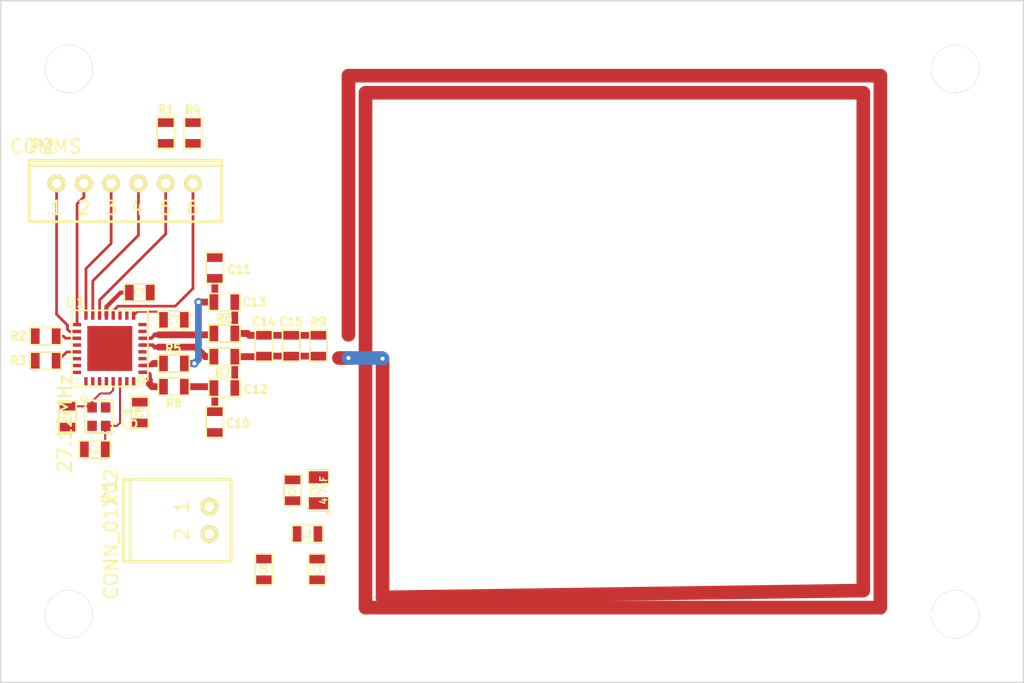
<source format=kicad_pcb>
(kicad_pcb (version 4) (host pcbnew "(2014-09-17 BZR 5140)-product")

  (general
    (links 61)
    (no_connects 31)
    (area 155.949999 59.949999 231.050001 110.050001)
    (thickness 1.6)
    (drawings 4)
    (tracks 107)
    (zones 0)
    (modules 33)
    (nets 35)
  )

  (page A4)
  (layers
    (0 F.Cu signal)
    (31 B.Cu signal)
    (32 B.Adhes user)
    (33 F.Adhes user)
    (34 B.Paste user)
    (35 F.Paste user)
    (36 B.SilkS user)
    (37 F.SilkS user)
    (38 B.Mask user)
    (39 F.Mask user)
    (40 Dwgs.User user)
    (41 Cmts.User user)
    (42 Eco1.User user)
    (43 Eco2.User user)
    (44 Edge.Cuts user)
    (45 Margin user)
    (46 B.CrtYd user)
    (47 F.CrtYd user)
    (48 B.Fab user)
    (49 F.Fab user)
  )

  (setup
    (last_trace_width 0.5)
    (user_trace_width 0.15)
    (user_trace_width 0.2)
    (user_trace_width 0.25)
    (user_trace_width 0.3)
    (user_trace_width 0.35)
    (user_trace_width 0.4)
    (user_trace_width 0.45)
    (user_trace_width 0.5)
    (user_trace_width 1)
    (trace_clearance 0.15)
    (zone_clearance 0.508)
    (zone_45_only no)
    (trace_min 0.15)
    (segment_width 0.2)
    (edge_width 0.1)
    (via_size 0.6)
    (via_drill 0.3)
    (via_min_size 0.6)
    (via_min_drill 0.3)
    (user_via 0.6 0.3)
    (uvia_size 0.508)
    (uvia_drill 0.127)
    (uvias_allowed no)
    (uvia_min_size 0.508)
    (uvia_min_drill 0.127)
    (pcb_text_width 0.3)
    (pcb_text_size 1.5 1.5)
    (mod_edge_width 0.15)
    (mod_text_size 1 1)
    (mod_text_width 0.15)
    (pad_size 1.5 1.5)
    (pad_drill 0.6)
    (pad_to_mask_clearance 0)
    (aux_axis_origin 0 0)
    (visible_elements FFFEFFFF)
    (pcbplotparams
      (layerselection 0x00030_80000001)
      (usegerberextensions false)
      (excludeedgelayer true)
      (linewidth 0.100000)
      (plotframeref false)
      (viasonmask false)
      (mode 1)
      (useauxorigin false)
      (hpglpennumber 1)
      (hpglpenspeed 20)
      (hpglpendiameter 15)
      (hpglpenoverlay 2)
      (psnegative false)
      (psa4output false)
      (plotreference true)
      (plotvalue true)
      (plotinvisibletext false)
      (padsonsilk false)
      (subtractmaskfromsilk false)
      (outputformat 1)
      (mirror false)
      (drillshape 1)
      (scaleselection 1)
      (outputdirectory ""))
  )

  (net 0 "")
  (net 1 "Net-(C1-Pad1)")
  (net 2 GND)
  (net 3 "Net-(C2-Pad1)")
  (net 4 3V3)
  (net 5 3V3_RF)
  (net 6 "Net-(C7-Pad1)")
  (net 7 "Net-(C10-Pad2)")
  (net 8 "Net-(C11-Pad2)")
  (net 9 "Net-(C12-Pad1)")
  (net 10 "Net-(P2-Pad3)")
  (net 11 "Net-(P2-Pad2)")
  (net 12 "Net-(P2-Pad1)")
  (net 13 "Net-(P2-Pad4)")
  (net 14 "Net-(P2-Pad5)")
  (net 15 "Net-(P2-Pad6)")
  (net 16 "Net-(R2-Pad1)")
  (net 17 "Net-(R3-Pad1)")
  (net 18 "Net-(R5-Pad2)")
  (net 19 "Net-(R6-Pad2)")
  (net 20 "Net-(R7-Pad2)")
  (net 21 "Net-(R8-Pad2)")
  (net 22 "Net-(U1-Pad3)")
  (net 23 "Net-(U1-Pad4)")
  (net 24 "Net-(U1-Pad7)")
  (net 25 "Net-(U1-Pad10)")
  (net 26 "Net-(U1-Pad11)")
  (net 27 "Net-(U1-Pad23)")
  (net 28 "Net-(U1-Pad24)")
  (net 29 "Net-(U1-Pad25)")
  (net 30 "Net-(U1-Pad26)")
  (net 31 "Net-(U1-Pad27)")
  (net 32 "Net-(U1-Pad28)")
  (net 33 "Net-(G1-Pad2)")
  (net 34 "Net-(G1-Pad4)")

  (net_class Default "This is the default net class."
    (clearance 0.15)
    (trace_width 0.25)
    (via_dia 0.6)
    (via_drill 0.3)
    (uvia_dia 0.508)
    (uvia_drill 0.127)
    (add_net 3V3)
    (add_net 3V3_RF)
    (add_net GND)
    (add_net "Net-(C1-Pad1)")
    (add_net "Net-(C10-Pad2)")
    (add_net "Net-(C11-Pad2)")
    (add_net "Net-(C12-Pad1)")
    (add_net "Net-(C2-Pad1)")
    (add_net "Net-(C7-Pad1)")
    (add_net "Net-(G1-Pad2)")
    (add_net "Net-(G1-Pad4)")
    (add_net "Net-(P2-Pad1)")
    (add_net "Net-(P2-Pad2)")
    (add_net "Net-(P2-Pad3)")
    (add_net "Net-(P2-Pad4)")
    (add_net "Net-(P2-Pad5)")
    (add_net "Net-(P2-Pad6)")
    (add_net "Net-(R2-Pad1)")
    (add_net "Net-(R3-Pad1)")
    (add_net "Net-(R5-Pad2)")
    (add_net "Net-(R6-Pad2)")
    (add_net "Net-(R7-Pad2)")
    (add_net "Net-(R8-Pad2)")
    (add_net "Net-(U1-Pad10)")
    (add_net "Net-(U1-Pad11)")
    (add_net "Net-(U1-Pad23)")
    (add_net "Net-(U1-Pad24)")
    (add_net "Net-(U1-Pad25)")
    (add_net "Net-(U1-Pad26)")
    (add_net "Net-(U1-Pad27)")
    (add_net "Net-(U1-Pad28)")
    (add_net "Net-(U1-Pad3)")
    (add_net "Net-(U1-Pad4)")
    (add_net "Net-(U1-Pad7)")
  )

  (module SMD_Packages:SMD-0603 (layer F.Cu) (tedit 54287141) (tstamp 54208709)
    (at 160.9 90.5 270)
    (path /54173C81)
    (attr smd)
    (fp_text reference C1 (at 0 0 270) (layer F.SilkS)
      (effects (font (size 0.508 0.4572) (thickness 0.1143)))
    )
    (fp_text value 4pF (at 0 0 270) (layer F.SilkS) hide
      (effects (font (size 0.508 0.4572) (thickness 0.1143)))
    )
    (fp_line (start -1.143 -0.635) (end 1.143 -0.635) (layer F.SilkS) (width 0.127))
    (fp_line (start 1.143 -0.635) (end 1.143 0.635) (layer F.SilkS) (width 0.127))
    (fp_line (start 1.143 0.635) (end -1.143 0.635) (layer F.SilkS) (width 0.127))
    (fp_line (start -1.143 0.635) (end -1.143 -0.635) (layer F.SilkS) (width 0.127))
    (pad 1 smd rect (at -0.762 0 270) (size 0.635 1.143) (layers F.Cu F.Paste F.Mask)
      (net 1 "Net-(C1-Pad1)"))
    (pad 2 smd rect (at 0.762 0 270) (size 0.635 1.143) (layers F.Cu F.Paste F.Mask)
      (net 2 GND))
    (model smd\resistors\R0603.wrl
      (at (xyz 0 0 0.001))
      (scale (xyz 0.5 0.5 0.5))
      (rotate (xyz 0 0 0))
    )
  )

  (module SMD_Packages:SMD-0603 (layer F.Cu) (tedit 54208691) (tstamp 5420870F)
    (at 162.9 92.9 180)
    (path /54173DFA)
    (attr smd)
    (fp_text reference C2 (at 0 0 180) (layer F.SilkS)
      (effects (font (size 0.508 0.4572) (thickness 0.1143)))
    )
    (fp_text value 4pF (at 0 0 180) (layer F.SilkS) hide
      (effects (font (size 0.508 0.4572) (thickness 0.1143)))
    )
    (fp_line (start -1.143 -0.635) (end 1.143 -0.635) (layer F.SilkS) (width 0.127))
    (fp_line (start 1.143 -0.635) (end 1.143 0.635) (layer F.SilkS) (width 0.127))
    (fp_line (start 1.143 0.635) (end -1.143 0.635) (layer F.SilkS) (width 0.127))
    (fp_line (start -1.143 0.635) (end -1.143 -0.635) (layer F.SilkS) (width 0.127))
    (pad 1 smd rect (at -0.762 0 180) (size 0.635 1.143) (layers F.Cu F.Paste F.Mask)
      (net 3 "Net-(C2-Pad1)"))
    (pad 2 smd rect (at 0.762 0 180) (size 0.635 1.143) (layers F.Cu F.Paste F.Mask)
      (net 2 GND))
    (model smd\resistors\R0603.wrl
      (at (xyz 0 0 0.001))
      (scale (xyz 0.5 0.5 0.5))
      (rotate (xyz 0 0 0))
    )
  )

  (module SMD_Packages:SMD-0603 (layer F.Cu) (tedit 54208691) (tstamp 54208715)
    (at 179.2 101.7 270)
    (path /541A58CF)
    (attr smd)
    (fp_text reference C3 (at 0 0 270) (layer F.SilkS)
      (effects (font (size 0.508 0.4572) (thickness 0.1143)))
    )
    (fp_text value 10nF (at 0 0 270) (layer F.SilkS) hide
      (effects (font (size 0.508 0.4572) (thickness 0.1143)))
    )
    (fp_line (start -1.143 -0.635) (end 1.143 -0.635) (layer F.SilkS) (width 0.127))
    (fp_line (start 1.143 -0.635) (end 1.143 0.635) (layer F.SilkS) (width 0.127))
    (fp_line (start 1.143 0.635) (end -1.143 0.635) (layer F.SilkS) (width 0.127))
    (fp_line (start -1.143 0.635) (end -1.143 -0.635) (layer F.SilkS) (width 0.127))
    (pad 1 smd rect (at -0.762 0 270) (size 0.635 1.143) (layers F.Cu F.Paste F.Mask)
      (net 4 3V3))
    (pad 2 smd rect (at 0.762 0 270) (size 0.635 1.143) (layers F.Cu F.Paste F.Mask)
      (net 2 GND))
    (model smd\resistors\R0603.wrl
      (at (xyz 0 0 0.001))
      (scale (xyz 0.5 0.5 0.5))
      (rotate (xyz 0 0 0))
    )
  )

  (module SMD_Packages:SMD-0603 (layer F.Cu) (tedit 54208691) (tstamp 5420871B)
    (at 177.4 95.9 90)
    (path /541A5EC3)
    (attr smd)
    (fp_text reference C4 (at 0 0 90) (layer F.SilkS)
      (effects (font (size 0.508 0.4572) (thickness 0.1143)))
    )
    (fp_text value 10nF (at 0 0 90) (layer F.SilkS) hide
      (effects (font (size 0.508 0.4572) (thickness 0.1143)))
    )
    (fp_line (start -1.143 -0.635) (end 1.143 -0.635) (layer F.SilkS) (width 0.127))
    (fp_line (start 1.143 -0.635) (end 1.143 0.635) (layer F.SilkS) (width 0.127))
    (fp_line (start 1.143 0.635) (end -1.143 0.635) (layer F.SilkS) (width 0.127))
    (fp_line (start -1.143 0.635) (end -1.143 -0.635) (layer F.SilkS) (width 0.127))
    (pad 1 smd rect (at -0.762 0 90) (size 0.635 1.143) (layers F.Cu F.Paste F.Mask)
      (net 5 3V3_RF))
    (pad 2 smd rect (at 0.762 0 90) (size 0.635 1.143) (layers F.Cu F.Paste F.Mask)
      (net 2 GND))
    (model smd\resistors\R0603.wrl
      (at (xyz 0 0 0.001))
      (scale (xyz 0.5 0.5 0.5))
      (rotate (xyz 0 0 0))
    )
  )

  (module SMD_Packages:SMD-0603 (layer F.Cu) (tedit 54208691) (tstamp 54208721)
    (at 166.2 81.4)
    (path /541A5A22)
    (attr smd)
    (fp_text reference C5 (at 0 0) (layer F.SilkS)
      (effects (font (size 0.508 0.4572) (thickness 0.1143)))
    )
    (fp_text value 100nF (at 0 0) (layer F.SilkS) hide
      (effects (font (size 0.508 0.4572) (thickness 0.1143)))
    )
    (fp_line (start -1.143 -0.635) (end 1.143 -0.635) (layer F.SilkS) (width 0.127))
    (fp_line (start 1.143 -0.635) (end 1.143 0.635) (layer F.SilkS) (width 0.127))
    (fp_line (start 1.143 0.635) (end -1.143 0.635) (layer F.SilkS) (width 0.127))
    (fp_line (start -1.143 0.635) (end -1.143 -0.635) (layer F.SilkS) (width 0.127))
    (pad 1 smd rect (at -0.762 0) (size 0.635 1.143) (layers F.Cu F.Paste F.Mask)
      (net 4 3V3))
    (pad 2 smd rect (at 0.762 0) (size 0.635 1.143) (layers F.Cu F.Paste F.Mask)
      (net 2 GND))
    (model smd\resistors\R0603.wrl
      (at (xyz 0 0 0.001))
      (scale (xyz 0.5 0.5 0.5))
      (rotate (xyz 0 0 0))
    )
  )

  (module SMD_Packages:SMD-0603 (layer F.Cu) (tedit 54208691) (tstamp 54208727)
    (at 166.2 90.2 270)
    (path /541A5E22)
    (attr smd)
    (fp_text reference C6 (at 0 0 270) (layer F.SilkS)
      (effects (font (size 0.508 0.4572) (thickness 0.1143)))
    )
    (fp_text value 100nF (at 0 0 270) (layer F.SilkS) hide
      (effects (font (size 0.508 0.4572) (thickness 0.1143)))
    )
    (fp_line (start -1.143 -0.635) (end 1.143 -0.635) (layer F.SilkS) (width 0.127))
    (fp_line (start 1.143 -0.635) (end 1.143 0.635) (layer F.SilkS) (width 0.127))
    (fp_line (start 1.143 0.635) (end -1.143 0.635) (layer F.SilkS) (width 0.127))
    (fp_line (start -1.143 0.635) (end -1.143 -0.635) (layer F.SilkS) (width 0.127))
    (pad 1 smd rect (at -0.762 0 270) (size 0.635 1.143) (layers F.Cu F.Paste F.Mask)
      (net 5 3V3_RF))
    (pad 2 smd rect (at 0.762 0 270) (size 0.635 1.143) (layers F.Cu F.Paste F.Mask)
      (net 2 GND))
    (model smd\resistors\R0603.wrl
      (at (xyz 0 0 0.001))
      (scale (xyz 0.5 0.5 0.5))
      (rotate (xyz 0 0 0))
    )
  )

  (module SMD_Packages:SMD-0603 (layer F.Cu) (tedit 54208691) (tstamp 5420872D)
    (at 168.7 83.4)
    (path /54175E86)
    (attr smd)
    (fp_text reference C7 (at 0 0) (layer F.SilkS)
      (effects (font (size 0.508 0.4572) (thickness 0.1143)))
    )
    (fp_text value 1nF (at 0 0) (layer F.SilkS) hide
      (effects (font (size 0.508 0.4572) (thickness 0.1143)))
    )
    (fp_line (start -1.143 -0.635) (end 1.143 -0.635) (layer F.SilkS) (width 0.127))
    (fp_line (start 1.143 -0.635) (end 1.143 0.635) (layer F.SilkS) (width 0.127))
    (fp_line (start 1.143 0.635) (end -1.143 0.635) (layer F.SilkS) (width 0.127))
    (fp_line (start -1.143 0.635) (end -1.143 -0.635) (layer F.SilkS) (width 0.127))
    (pad 1 smd rect (at -0.762 0) (size 0.635 1.143) (layers F.Cu F.Paste F.Mask)
      (net 6 "Net-(C7-Pad1)"))
    (pad 2 smd rect (at 0.762 0) (size 0.635 1.143) (layers F.Cu F.Paste F.Mask)
      (net 2 GND))
    (model smd\resistors\R0603.wrl
      (at (xyz 0 0 0.001))
      (scale (xyz 0.5 0.5 0.5))
      (rotate (xyz 0 0 0))
    )
  )

  (module SMD_Packages:SMD-0603 (layer F.Cu) (tedit 54208691) (tstamp 54208733)
    (at 175.3 101.7 270)
    (path /541A5A83)
    (attr smd)
    (fp_text reference C8 (at 0 0 270) (layer F.SilkS)
      (effects (font (size 0.508 0.4572) (thickness 0.1143)))
    )
    (fp_text value 1uF (at 0 0 270) (layer F.SilkS) hide
      (effects (font (size 0.508 0.4572) (thickness 0.1143)))
    )
    (fp_line (start -1.143 -0.635) (end 1.143 -0.635) (layer F.SilkS) (width 0.127))
    (fp_line (start 1.143 -0.635) (end 1.143 0.635) (layer F.SilkS) (width 0.127))
    (fp_line (start 1.143 0.635) (end -1.143 0.635) (layer F.SilkS) (width 0.127))
    (fp_line (start -1.143 0.635) (end -1.143 -0.635) (layer F.SilkS) (width 0.127))
    (pad 1 smd rect (at -0.762 0 270) (size 0.635 1.143) (layers F.Cu F.Paste F.Mask)
      (net 4 3V3))
    (pad 2 smd rect (at 0.762 0 270) (size 0.635 1.143) (layers F.Cu F.Paste F.Mask)
      (net 2 GND))
    (model smd\resistors\R0603.wrl
      (at (xyz 0 0 0.001))
      (scale (xyz 0.5 0.5 0.5))
      (rotate (xyz 0 0 0))
    )
  )

  (module SMD_Packages:SMD-0805 (layer F.Cu) (tedit 54208691) (tstamp 54225F76)
    (at 179.3 95.9 90)
    (path /541A5D75)
    (attr smd)
    (fp_text reference C9 (at 0 -0.3175 90) (layer F.SilkS)
      (effects (font (size 0.50038 0.50038) (thickness 0.10922)))
    )
    (fp_text value 4.7uF (at 0 0.381 90) (layer F.SilkS)
      (effects (font (size 0.50038 0.50038) (thickness 0.10922)))
    )
    (fp_circle (center -1.651 0.762) (end -1.651 0.635) (layer F.SilkS) (width 0.09906))
    (fp_line (start -0.508 0.762) (end -1.524 0.762) (layer F.SilkS) (width 0.09906))
    (fp_line (start -1.524 0.762) (end -1.524 -0.762) (layer F.SilkS) (width 0.09906))
    (fp_line (start -1.524 -0.762) (end -0.508 -0.762) (layer F.SilkS) (width 0.09906))
    (fp_line (start 0.508 -0.762) (end 1.524 -0.762) (layer F.SilkS) (width 0.09906))
    (fp_line (start 1.524 -0.762) (end 1.524 0.762) (layer F.SilkS) (width 0.09906))
    (fp_line (start 1.524 0.762) (end 0.508 0.762) (layer F.SilkS) (width 0.09906))
    (pad 1 smd rect (at -0.9525 0 90) (size 0.889 1.397) (layers F.Cu F.Paste F.Mask)
      (net 5 3V3_RF))
    (pad 2 smd rect (at 0.9525 0 90) (size 0.889 1.397) (layers F.Cu F.Paste F.Mask)
      (net 2 GND))
    (model smd/chip_cms.wrl
      (at (xyz 0 0 0))
      (scale (xyz 0.1 0.1 0.1))
      (rotate (xyz 0 0 0))
    )
  )

  (module SMD_Packages:SMD-0603 (layer F.Cu) (tedit 54287550) (tstamp 5420873F)
    (at 171.7 90.9 90)
    (path /541FBF59)
    (attr smd)
    (fp_text reference C10 (at -0.1 1.7 180) (layer F.SilkS)
      (effects (font (size 0.6 0.6) (thickness 0.15)))
    )
    (fp_text value open (at 0 0 90) (layer F.SilkS) hide
      (effects (font (size 0.508 0.4572) (thickness 0.1143)))
    )
    (fp_line (start -1.143 -0.635) (end 1.143 -0.635) (layer F.SilkS) (width 0.127))
    (fp_line (start 1.143 -0.635) (end 1.143 0.635) (layer F.SilkS) (width 0.127))
    (fp_line (start 1.143 0.635) (end -1.143 0.635) (layer F.SilkS) (width 0.127))
    (fp_line (start -1.143 0.635) (end -1.143 -0.635) (layer F.SilkS) (width 0.127))
    (pad 1 smd rect (at -0.762 0 90) (size 0.635 1.143) (layers F.Cu F.Paste F.Mask)
      (net 2 GND))
    (pad 2 smd rect (at 0.762 0 90) (size 0.635 1.143) (layers F.Cu F.Paste F.Mask)
      (net 7 "Net-(C10-Pad2)"))
    (model smd\resistors\R0603.wrl
      (at (xyz 0 0 0.001))
      (scale (xyz 0.5 0.5 0.5))
      (rotate (xyz 0 0 0))
    )
  )

  (module SMD_Packages:SMD-0603 (layer F.Cu) (tedit 54287555) (tstamp 54208745)
    (at 171.7 79.6 270)
    (path /541FC0D8)
    (attr smd)
    (fp_text reference C11 (at 0.1 -1.8 360) (layer F.SilkS)
      (effects (font (size 0.6 0.6) (thickness 0.15)))
    )
    (fp_text value open (at 0 0 270) (layer F.SilkS) hide
      (effects (font (size 0.508 0.4572) (thickness 0.1143)))
    )
    (fp_line (start -1.143 -0.635) (end 1.143 -0.635) (layer F.SilkS) (width 0.127))
    (fp_line (start 1.143 -0.635) (end 1.143 0.635) (layer F.SilkS) (width 0.127))
    (fp_line (start 1.143 0.635) (end -1.143 0.635) (layer F.SilkS) (width 0.127))
    (fp_line (start -1.143 0.635) (end -1.143 -0.635) (layer F.SilkS) (width 0.127))
    (pad 1 smd rect (at -0.762 0 270) (size 0.635 1.143) (layers F.Cu F.Paste F.Mask)
      (net 2 GND))
    (pad 2 smd rect (at 0.762 0 270) (size 0.635 1.143) (layers F.Cu F.Paste F.Mask)
      (net 8 "Net-(C11-Pad2)"))
    (model smd\resistors\R0603.wrl
      (at (xyz 0 0 0.001))
      (scale (xyz 0.5 0.5 0.5))
      (rotate (xyz 0 0 0))
    )
  )

  (module SMD_Packages:SMD-0603 (layer F.Cu) (tedit 5428753C) (tstamp 5420874B)
    (at 172.4 88.4 180)
    (path /541FC26B)
    (attr smd)
    (fp_text reference C12 (at -2.3 -0.1 180) (layer F.SilkS)
      (effects (font (size 0.6 0.6) (thickness 0.15)))
    )
    (fp_text value 150pF (at 0 0 180) (layer F.SilkS) hide
      (effects (font (size 0.508 0.4572) (thickness 0.1143)))
    )
    (fp_line (start -1.143 -0.635) (end 1.143 -0.635) (layer F.SilkS) (width 0.127))
    (fp_line (start 1.143 -0.635) (end 1.143 0.635) (layer F.SilkS) (width 0.127))
    (fp_line (start 1.143 0.635) (end -1.143 0.635) (layer F.SilkS) (width 0.127))
    (fp_line (start -1.143 0.635) (end -1.143 -0.635) (layer F.SilkS) (width 0.127))
    (pad 1 smd rect (at -0.762 0 180) (size 0.635 1.143) (layers F.Cu F.Paste F.Mask)
      (net 9 "Net-(C12-Pad1)"))
    (pad 2 smd rect (at 0.762 0 180) (size 0.635 1.143) (layers F.Cu F.Paste F.Mask)
      (net 7 "Net-(C10-Pad2)"))
    (model smd\resistors\R0603.wrl
      (at (xyz 0 0 0.001))
      (scale (xyz 0.5 0.5 0.5))
      (rotate (xyz 0 0 0))
    )
  )

  (module SMD_Packages:SMD-0603 (layer F.Cu) (tedit 54287540) (tstamp 54208751)
    (at 172.4 82.1 180)
    (path /541FC326)
    (attr smd)
    (fp_text reference C13 (at -2.2 0 180) (layer F.SilkS)
      (effects (font (size 0.6 0.6) (thickness 0.15)))
    )
    (fp_text value 150pF (at 0 0 180) (layer F.SilkS) hide
      (effects (font (size 0.508 0.4572) (thickness 0.1143)))
    )
    (fp_line (start -1.143 -0.635) (end 1.143 -0.635) (layer F.SilkS) (width 0.127))
    (fp_line (start 1.143 -0.635) (end 1.143 0.635) (layer F.SilkS) (width 0.127))
    (fp_line (start 1.143 0.635) (end -1.143 0.635) (layer F.SilkS) (width 0.127))
    (fp_line (start -1.143 0.635) (end -1.143 -0.635) (layer F.SilkS) (width 0.127))
    (pad 1 smd rect (at -0.762 0 180) (size 0.635 1.143) (layers F.Cu F.Paste F.Mask)
      (net 9 "Net-(C12-Pad1)"))
    (pad 2 smd rect (at 0.762 0 180) (size 0.635 1.143) (layers F.Cu F.Paste F.Mask)
      (net 8 "Net-(C11-Pad2)"))
    (model smd\resistors\R0603.wrl
      (at (xyz 0 0 0.001))
      (scale (xyz 0.5 0.5 0.5))
      (rotate (xyz 0 0 0))
    )
  )

  (module SMD_Packages:SMD-0603 (layer F.Cu) (tedit 54286A06) (tstamp 54208757)
    (at 175.3 85.3 90)
    (path /541FC46F)
    (attr smd)
    (fp_text reference C14 (at 1.75 0 180) (layer F.SilkS)
      (effects (font (size 0.6 0.6) (thickness 0.15)))
    )
    (fp_text value 220pF (at 0 0 90) (layer F.SilkS) hide
      (effects (font (size 0.508 0.4572) (thickness 0.1143)))
    )
    (fp_line (start -1.143 -0.635) (end 1.143 -0.635) (layer F.SilkS) (width 0.127))
    (fp_line (start 1.143 -0.635) (end 1.143 0.635) (layer F.SilkS) (width 0.127))
    (fp_line (start 1.143 0.635) (end -1.143 0.635) (layer F.SilkS) (width 0.127))
    (fp_line (start -1.143 0.635) (end -1.143 -0.635) (layer F.SilkS) (width 0.127))
    (pad 1 smd rect (at -0.762 0 90) (size 0.635 1.143) (layers F.Cu F.Paste F.Mask)
      (net 9 "Net-(C12-Pad1)"))
    (pad 2 smd rect (at 0.762 0 90) (size 0.635 1.143) (layers F.Cu F.Paste F.Mask)
      (net 9 "Net-(C12-Pad1)"))
    (model smd\resistors\R0603.wrl
      (at (xyz 0 0 0.001))
      (scale (xyz 0.5 0.5 0.5))
      (rotate (xyz 0 0 0))
    )
  )

  (module SMD_Packages:SMD-0603 (layer F.Cu) (tedit 54286A11) (tstamp 54226027)
    (at 177.3 85.3 90)
    (path /541FC5B5)
    (attr smd)
    (fp_text reference C15 (at 1.75 0 180) (layer F.SilkS)
      (effects (font (size 0.6 0.6) (thickness 0.15)))
    )
    (fp_text value 15pF (at 0 0 90) (layer F.SilkS) hide
      (effects (font (size 0.508 0.4572) (thickness 0.1143)))
    )
    (fp_line (start -1.143 -0.635) (end 1.143 -0.635) (layer F.SilkS) (width 0.127))
    (fp_line (start 1.143 -0.635) (end 1.143 0.635) (layer F.SilkS) (width 0.127))
    (fp_line (start 1.143 0.635) (end -1.143 0.635) (layer F.SilkS) (width 0.127))
    (fp_line (start -1.143 0.635) (end -1.143 -0.635) (layer F.SilkS) (width 0.127))
    (pad 1 smd rect (at -0.762 0 90) (size 0.635 1.143) (layers F.Cu F.Paste F.Mask)
      (net 9 "Net-(C12-Pad1)"))
    (pad 2 smd rect (at 0.762 0 90) (size 0.635 1.143) (layers F.Cu F.Paste F.Mask)
      (net 9 "Net-(C12-Pad1)"))
    (model smd\resistors\R0603.wrl
      (at (xyz 0 0 0.001))
      (scale (xyz 0.5 0.5 0.5))
      (rotate (xyz 0 0 0))
    )
  )

  (module SMD_Packages:SMD-0603 (layer F.Cu) (tedit 54208691) (tstamp 54208763)
    (at 178.5 99.1)
    (path /541A56A3)
    (attr smd)
    (fp_text reference L1 (at 0 0) (layer F.SilkS)
      (effects (font (size 0.508 0.4572) (thickness 0.1143)))
    )
    (fp_text value tx_3v3_choke (at 0 0) (layer F.SilkS) hide
      (effects (font (size 0.508 0.4572) (thickness 0.1143)))
    )
    (fp_line (start -1.143 -0.635) (end 1.143 -0.635) (layer F.SilkS) (width 0.127))
    (fp_line (start 1.143 -0.635) (end 1.143 0.635) (layer F.SilkS) (width 0.127))
    (fp_line (start 1.143 0.635) (end -1.143 0.635) (layer F.SilkS) (width 0.127))
    (fp_line (start -1.143 0.635) (end -1.143 -0.635) (layer F.SilkS) (width 0.127))
    (pad 1 smd rect (at -0.762 0) (size 0.635 1.143) (layers F.Cu F.Paste F.Mask)
      (net 4 3V3))
    (pad 2 smd rect (at 0.762 0) (size 0.635 1.143) (layers F.Cu F.Paste F.Mask)
      (net 5 3V3_RF))
    (model smd\resistors\R0603.wrl
      (at (xyz 0 0 0.001))
      (scale (xyz 0.5 0.5 0.5))
      (rotate (xyz 0 0 0))
    )
  )

  (module rfid:JST_PH_2pin_side (layer F.Cu) (tedit 542870C4) (tstamp 54208769)
    (at 171.3 95.1 90)
    (path /541A49C8)
    (fp_text reference P1 (at -0.9 -7.3 90) (layer F.SilkS)
      (effects (font (size 1 1) (thickness 0.15)))
    )
    (fp_text value CONN_01X02 (at -4 -7.2 90) (layer F.SilkS)
      (effects (font (size 1 1) (thickness 0.15)))
    )
    (fp_line (start -6 -5.8) (end -0.1 -5.8) (layer F.SilkS) (width 0.2))
    (fp_text user 2 (at -4 -2 90) (layer F.SilkS)
      (effects (font (size 1 1) (thickness 0.15)))
    )
    (fp_text user 1 (at -2 -2 90) (layer F.SilkS)
      (effects (font (size 1 1) (thickness 0.15)))
    )
    (fp_line (start -6 1.6) (end -6 -6.3) (layer F.SilkS) (width 0.2))
    (fp_line (start 0 1.6) (end -6 1.6) (layer F.SilkS) (width 0.2))
    (fp_line (start 0 -6.3) (end 0 1.6) (layer F.SilkS) (width 0.2))
    (fp_line (start -6 -6.3) (end 0 -6.3) (layer F.SilkS) (width 0.2))
    (pad 1 thru_hole circle (at -2 0 90) (size 1.3 1.3) (drill 0.7) (layers *.Cu *.Mask F.SilkS)
      (net 2 GND))
    (pad 2 thru_hole circle (at -4 0 90) (size 1.3 1.3) (drill 0.7) (layers *.Cu *.Mask F.SilkS)
      (net 4 3V3))
  )

  (module rfid:JST_PH_6pin (layer F.Cu) (tedit 54286B9A) (tstamp 54208773)
    (at 164.1 73.4)
    (path /54192185)
    (fp_text reference P2 (at -5.1 -2.7) (layer F.SilkS)
      (effects (font (size 1 1) (thickness 0.15)))
    )
    (fp_text value COMMS (at -4.8 -2.7) (layer F.SilkS)
      (effects (font (size 1 1) (thickness 0.15)))
    )
    (fp_text user 6 (at 6 1.8) (layer F.SilkS)
      (effects (font (size 1 1) (thickness 0.15)))
    )
    (fp_line (start -6 -1.3) (end 8.1 -1.3) (layer F.SilkS) (width 0.2))
    (fp_text user 5 (at 4 1.8) (layer F.SilkS)
      (effects (font (size 1 1) (thickness 0.15)))
    )
    (fp_text user 4 (at 1.9 1.8) (layer F.SilkS)
      (effects (font (size 1 1) (thickness 0.15)))
    )
    (fp_text user 3 (at 0 1.8) (layer F.SilkS)
      (effects (font (size 1 1) (thickness 0.15)))
    )
    (fp_text user 2 (at -2 1.8) (layer F.SilkS)
      (effects (font (size 1 1) (thickness 0.15)))
    )
    (fp_text user 1 (at -4 1.8) (layer F.SilkS)
      (effects (font (size 1 1) (thickness 0.15)))
    )
    (fp_line (start -6 2.8) (end -6 -1.7) (layer F.SilkS) (width 0.2))
    (fp_line (start 8.1 2.8) (end -6 2.8) (layer F.SilkS) (width 0.2))
    (fp_line (start 8.1 -1.7) (end 8.1 2.8) (layer F.SilkS) (width 0.2))
    (fp_line (start -6 -1.7) (end 8.1 -1.7) (layer F.SilkS) (width 0.2))
    (pad 3 thru_hole circle (at 0 0) (size 1.3 1.3) (drill 0.7) (layers *.Cu *.Mask F.SilkS)
      (net 10 "Net-(P2-Pad3)"))
    (pad 2 thru_hole circle (at -2 0) (size 1.3 1.3) (drill 0.7) (layers *.Cu *.Mask F.SilkS)
      (net 11 "Net-(P2-Pad2)"))
    (pad 1 thru_hole circle (at -4 0) (size 1.3 1.3) (drill 0.7) (layers *.Cu *.Mask F.SilkS)
      (net 12 "Net-(P2-Pad1)"))
    (pad 4 thru_hole circle (at 2 0) (size 1.3 1.3) (drill 0.7) (layers *.Cu *.Mask F.SilkS)
      (net 13 "Net-(P2-Pad4)"))
    (pad 5 thru_hole circle (at 4 0) (size 1.3 1.3) (drill 0.7) (layers *.Cu *.Mask F.SilkS)
      (net 14 "Net-(P2-Pad5)"))
    (pad 6 thru_hole circle (at 6 0) (size 1.3 1.3) (drill 0.7) (layers *.Cu *.Mask F.SilkS)
      (net 15 "Net-(P2-Pad6)"))
  )

  (module SMD_Packages:SMD-0603 (layer F.Cu) (tedit 54286BC6) (tstamp 54208779)
    (at 168.1 69.7 270)
    (path /541A2E55)
    (attr smd)
    (fp_text reference R1 (at -1.7 0 360) (layer F.SilkS)
      (effects (font (size 0.6 0.6) (thickness 0.15)))
    )
    (fp_text value 3.3k (at 0 0 270) (layer F.SilkS) hide
      (effects (font (size 0.508 0.4572) (thickness 0.1143)))
    )
    (fp_line (start -1.143 -0.635) (end 1.143 -0.635) (layer F.SilkS) (width 0.127))
    (fp_line (start 1.143 -0.635) (end 1.143 0.635) (layer F.SilkS) (width 0.127))
    (fp_line (start 1.143 0.635) (end -1.143 0.635) (layer F.SilkS) (width 0.127))
    (fp_line (start -1.143 0.635) (end -1.143 -0.635) (layer F.SilkS) (width 0.127))
    (pad 1 smd rect (at -0.762 0 270) (size 0.635 1.143) (layers F.Cu F.Paste F.Mask)
      (net 4 3V3))
    (pad 2 smd rect (at 0.762 0 270) (size 0.635 1.143) (layers F.Cu F.Paste F.Mask)
      (net 14 "Net-(P2-Pad5)"))
    (model smd\resistors\R0603.wrl
      (at (xyz 0 0 0.001))
      (scale (xyz 0.5 0.5 0.5))
      (rotate (xyz 0 0 0))
    )
  )

  (module SMD_Packages:SMD-0603 (layer F.Cu) (tedit 54286C46) (tstamp 5420877F)
    (at 159.3 84.6 180)
    (path /541A325E)
    (attr smd)
    (fp_text reference R2 (at 2 0 180) (layer F.SilkS)
      (effects (font (size 0.6 0.6) (thickness 0.15)))
    )
    (fp_text value 3.3k (at 0 0 180) (layer F.SilkS) hide
      (effects (font (size 0.508 0.4572) (thickness 0.1143)))
    )
    (fp_line (start -1.143 -0.635) (end 1.143 -0.635) (layer F.SilkS) (width 0.127))
    (fp_line (start 1.143 -0.635) (end 1.143 0.635) (layer F.SilkS) (width 0.127))
    (fp_line (start 1.143 0.635) (end -1.143 0.635) (layer F.SilkS) (width 0.127))
    (fp_line (start -1.143 0.635) (end -1.143 -0.635) (layer F.SilkS) (width 0.127))
    (pad 1 smd rect (at -0.762 0 180) (size 0.635 1.143) (layers F.Cu F.Paste F.Mask)
      (net 16 "Net-(R2-Pad1)"))
    (pad 2 smd rect (at 0.762 0 180) (size 0.635 1.143) (layers F.Cu F.Paste F.Mask)
      (net 4 3V3))
    (model smd\resistors\R0603.wrl
      (at (xyz 0 0 0.001))
      (scale (xyz 0.5 0.5 0.5))
      (rotate (xyz 0 0 0))
    )
  )

  (module SMD_Packages:SMD-0603 (layer F.Cu) (tedit 54286C43) (tstamp 54208785)
    (at 159.3 86.4 180)
    (path /541A35D8)
    (attr smd)
    (fp_text reference R3 (at 2 0 180) (layer F.SilkS)
      (effects (font (size 0.6 0.6) (thickness 0.15)))
    )
    (fp_text value 3.3k (at 0 0 180) (layer F.SilkS) hide
      (effects (font (size 0.508 0.4572) (thickness 0.1143)))
    )
    (fp_line (start -1.143 -0.635) (end 1.143 -0.635) (layer F.SilkS) (width 0.127))
    (fp_line (start 1.143 -0.635) (end 1.143 0.635) (layer F.SilkS) (width 0.127))
    (fp_line (start 1.143 0.635) (end -1.143 0.635) (layer F.SilkS) (width 0.127))
    (fp_line (start -1.143 0.635) (end -1.143 -0.635) (layer F.SilkS) (width 0.127))
    (pad 1 smd rect (at -0.762 0 180) (size 0.635 1.143) (layers F.Cu F.Paste F.Mask)
      (net 17 "Net-(R3-Pad1)"))
    (pad 2 smd rect (at 0.762 0 180) (size 0.635 1.143) (layers F.Cu F.Paste F.Mask)
      (net 4 3V3))
    (model smd\resistors\R0603.wrl
      (at (xyz 0 0 0.001))
      (scale (xyz 0.5 0.5 0.5))
      (rotate (xyz 0 0 0))
    )
  )

  (module SMD_Packages:SMD-0603 (layer F.Cu) (tedit 54286BCA) (tstamp 5420878B)
    (at 170.1 69.7 270)
    (path /54191892)
    (attr smd)
    (fp_text reference R4 (at -1.7 0 360) (layer F.SilkS)
      (effects (font (size 0.6 0.6) (thickness 0.15)))
    )
    (fp_text value 3.3k (at 0 0 270) (layer F.SilkS) hide
      (effects (font (size 0.508 0.4572) (thickness 0.1143)))
    )
    (fp_line (start -1.143 -0.635) (end 1.143 -0.635) (layer F.SilkS) (width 0.127))
    (fp_line (start 1.143 -0.635) (end 1.143 0.635) (layer F.SilkS) (width 0.127))
    (fp_line (start 1.143 0.635) (end -1.143 0.635) (layer F.SilkS) (width 0.127))
    (fp_line (start -1.143 0.635) (end -1.143 -0.635) (layer F.SilkS) (width 0.127))
    (pad 1 smd rect (at -0.762 0 270) (size 0.635 1.143) (layers F.Cu F.Paste F.Mask)
      (net 4 3V3))
    (pad 2 smd rect (at 0.762 0 270) (size 0.635 1.143) (layers F.Cu F.Paste F.Mask)
      (net 15 "Net-(P2-Pad6)"))
    (model smd\resistors\R0603.wrl
      (at (xyz 0 0 0.001))
      (scale (xyz 0.5 0.5 0.5))
      (rotate (xyz 0 0 0))
    )
  )

  (module SMD_Packages:SMD-0603 (layer F.Cu) (tedit 54286AE6) (tstamp 54208791)
    (at 168.7 86.6 180)
    (path /541FDC12)
    (attr smd)
    (fp_text reference R5 (at 0.05 1.1 180) (layer F.SilkS)
      (effects (font (size 0.6 0.6) (thickness 0.15)))
    )
    (fp_text value 0 (at 0 0 180) (layer F.SilkS) hide
      (effects (font (size 0.508 0.4572) (thickness 0.1143)))
    )
    (fp_line (start -1.143 -0.635) (end 1.143 -0.635) (layer F.SilkS) (width 0.127))
    (fp_line (start 1.143 -0.635) (end 1.143 0.635) (layer F.SilkS) (width 0.127))
    (fp_line (start 1.143 0.635) (end -1.143 0.635) (layer F.SilkS) (width 0.127))
    (fp_line (start -1.143 0.635) (end -1.143 -0.635) (layer F.SilkS) (width 0.127))
    (pad 1 smd rect (at -0.762 0 180) (size 0.635 1.143) (layers F.Cu F.Paste F.Mask)
      (net 8 "Net-(C11-Pad2)"))
    (pad 2 smd rect (at 0.762 0 180) (size 0.635 1.143) (layers F.Cu F.Paste F.Mask)
      (net 18 "Net-(R5-Pad2)"))
    (model smd\resistors\R0603.wrl
      (at (xyz 0 0 0.001))
      (scale (xyz 0.5 0.5 0.5))
      (rotate (xyz 0 0 0))
    )
  )

  (module SMD_Packages:SMD-0603 (layer F.Cu) (tedit 542869E3) (tstamp 54208797)
    (at 172.4 84.4 180)
    (path /541FDD23)
    (attr smd)
    (fp_text reference R6 (at 0 1.1 180) (layer F.SilkS)
      (effects (font (size 0.6 0.6) (thickness 0.15)))
    )
    (fp_text value 330 (at 0 0 180) (layer F.SilkS) hide
      (effects (font (size 0.508 0.4572) (thickness 0.1143)))
    )
    (fp_line (start -1.143 -0.635) (end 1.143 -0.635) (layer F.SilkS) (width 0.127))
    (fp_line (start 1.143 -0.635) (end 1.143 0.635) (layer F.SilkS) (width 0.127))
    (fp_line (start 1.143 0.635) (end -1.143 0.635) (layer F.SilkS) (width 0.127))
    (fp_line (start -1.143 0.635) (end -1.143 -0.635) (layer F.SilkS) (width 0.127))
    (pad 1 smd rect (at -0.762 0 180) (size 0.635 1.143) (layers F.Cu F.Paste F.Mask)
      (net 9 "Net-(C12-Pad1)"))
    (pad 2 smd rect (at 0.762 0 180) (size 0.635 1.143) (layers F.Cu F.Paste F.Mask)
      (net 19 "Net-(R6-Pad2)"))
    (model smd\resistors\R0603.wrl
      (at (xyz 0 0 0.001))
      (scale (xyz 0.5 0.5 0.5))
      (rotate (xyz 0 0 0))
    )
  )

  (module SMD_Packages:SMD-0603 (layer F.Cu) (tedit 542869EF) (tstamp 5420879D)
    (at 172.4 86.1 180)
    (path /541FD7DD)
    (attr smd)
    (fp_text reference R7 (at 0.1 -1.2 180) (layer F.SilkS)
      (effects (font (size 0.6 0.6) (thickness 0.15)))
    )
    (fp_text value 330 (at 0 0 180) (layer F.SilkS) hide
      (effects (font (size 0.508 0.4572) (thickness 0.1143)))
    )
    (fp_line (start -1.143 -0.635) (end 1.143 -0.635) (layer F.SilkS) (width 0.127))
    (fp_line (start 1.143 -0.635) (end 1.143 0.635) (layer F.SilkS) (width 0.127))
    (fp_line (start 1.143 0.635) (end -1.143 0.635) (layer F.SilkS) (width 0.127))
    (fp_line (start -1.143 0.635) (end -1.143 -0.635) (layer F.SilkS) (width 0.127))
    (pad 1 smd rect (at -0.762 0 180) (size 0.635 1.143) (layers F.Cu F.Paste F.Mask)
      (net 9 "Net-(C12-Pad1)"))
    (pad 2 smd rect (at 0.762 0 180) (size 0.635 1.143) (layers F.Cu F.Paste F.Mask)
      (net 20 "Net-(R7-Pad2)"))
    (model smd\resistors\R0603.wrl
      (at (xyz 0 0 0.001))
      (scale (xyz 0.5 0.5 0.5))
      (rotate (xyz 0 0 0))
    )
  )

  (module SMD_Packages:SMD-0603 (layer F.Cu) (tedit 54286AF4) (tstamp 542087A3)
    (at 168.7 88.3 180)
    (path /541FDA06)
    (attr smd)
    (fp_text reference R8 (at 0 -1.2 180) (layer F.SilkS)
      (effects (font (size 0.6 0.6) (thickness 0.15)))
    )
    (fp_text value 0 (at 0 0 180) (layer F.SilkS) hide
      (effects (font (size 0.508 0.4572) (thickness 0.1143)))
    )
    (fp_line (start -1.143 -0.635) (end 1.143 -0.635) (layer F.SilkS) (width 0.127))
    (fp_line (start 1.143 -0.635) (end 1.143 0.635) (layer F.SilkS) (width 0.127))
    (fp_line (start 1.143 0.635) (end -1.143 0.635) (layer F.SilkS) (width 0.127))
    (fp_line (start -1.143 0.635) (end -1.143 -0.635) (layer F.SilkS) (width 0.127))
    (pad 1 smd rect (at -0.762 0 180) (size 0.635 1.143) (layers F.Cu F.Paste F.Mask)
      (net 7 "Net-(C10-Pad2)"))
    (pad 2 smd rect (at 0.762 0 180) (size 0.635 1.143) (layers F.Cu F.Paste F.Mask)
      (net 21 "Net-(R8-Pad2)"))
    (model smd\resistors\R0603.wrl
      (at (xyz 0 0 0.001))
      (scale (xyz 0.5 0.5 0.5))
      (rotate (xyz 0 0 0))
    )
  )

  (module SMD_Packages:SMD-0603 (layer F.Cu) (tedit 54286A1A) (tstamp 542087A9)
    (at 179.3 85.3 90)
    (path /542007D4)
    (attr smd)
    (fp_text reference R9 (at 1.75 0 180) (layer F.SilkS)
      (effects (font (size 0.6 0.6) (thickness 0.15)))
    )
    (fp_text value 2.26k (at 0 0 90) (layer F.SilkS) hide
      (effects (font (size 0.508 0.4572) (thickness 0.1143)))
    )
    (fp_line (start -1.143 -0.635) (end 1.143 -0.635) (layer F.SilkS) (width 0.127))
    (fp_line (start 1.143 -0.635) (end 1.143 0.635) (layer F.SilkS) (width 0.127))
    (fp_line (start 1.143 0.635) (end -1.143 0.635) (layer F.SilkS) (width 0.127))
    (fp_line (start -1.143 0.635) (end -1.143 -0.635) (layer F.SilkS) (width 0.127))
    (pad 1 smd rect (at -0.762 0 90) (size 0.635 1.143) (layers F.Cu F.Paste F.Mask)
      (net 9 "Net-(C12-Pad1)"))
    (pad 2 smd rect (at 0.762 0 90) (size 0.635 1.143) (layers F.Cu F.Paste F.Mask)
      (net 9 "Net-(C12-Pad1)"))
    (model smd\resistors\R0603.wrl
      (at (xyz 0 0 0.001))
      (scale (xyz 0.5 0.5 0.5))
      (rotate (xyz 0 0 0))
    )
  )

  (module SMD_Packages:QFN-32-1EP (layer F.Cu) (tedit 54286AFF) (tstamp 542087CE)
    (at 164 85.5 180)
    (descr QFN-32-1EP)
    (path /541504F3)
    (attr smd)
    (fp_text reference U1 (at 2.5 3.4 180) (layer F.SilkS)
      (effects (font (size 0.762 0.762) (thickness 0.15)))
    )
    (fp_text value CR95HF (at 3.937 -2.667 180) (layer F.SilkS) hide
      (effects (font (size 0.762 0.635) (thickness 0.1524)))
    )
    (fp_line (start 2.794 2.794) (end -2.794 2.794) (layer F.SilkS) (width 0.127))
    (fp_line (start -2.794 2.794) (end -2.794 2.667) (layer F.SilkS) (width 0.127))
    (fp_line (start -2.286 -2.794) (end 2.794 -2.794) (layer F.SilkS) (width 0.127))
    (fp_line (start 2.794 -2.794) (end 2.794 2.794) (layer F.SilkS) (width 0.127))
    (fp_line (start -2.794 2.667) (end -2.794 -2.286) (layer F.SilkS) (width 0.127))
    (fp_line (start -2.794 -2.286) (end -2.286 -2.794) (layer F.SilkS) (width 0.127))
    (fp_circle (center -2.25298 -2.25298) (end -2.25298 -2.50444) (layer F.SilkS) (width 0.1524))
    (pad 1 smd rect (at -2.39776 -1.74752 180) (size 0.59944 0.24892) (layers F.Cu F.Paste F.Mask)
      (net 21 "Net-(R8-Pad2)"))
    (pad 2 smd rect (at -2.39776 -1.24714 180) (size 0.59944 0.24892) (layers F.Cu F.Paste F.Mask)
      (net 18 "Net-(R5-Pad2)"))
    (pad 3 smd rect (at -2.39776 -0.74676 180) (size 0.59944 0.24892) (layers F.Cu F.Paste F.Mask)
      (net 22 "Net-(U1-Pad3)"))
    (pad 4 smd rect (at -2.39776 -0.24638 180) (size 0.59944 0.24892) (layers F.Cu F.Paste F.Mask)
      (net 23 "Net-(U1-Pad4)"))
    (pad 5 smd rect (at -2.39776 0.25146 180) (size 0.59944 0.24892) (layers F.Cu F.Paste F.Mask)
      (net 20 "Net-(R7-Pad2)"))
    (pad 6 smd rect (at -2.39776 0.75184 180) (size 0.59944 0.24892) (layers F.Cu F.Paste F.Mask)
      (net 19 "Net-(R6-Pad2)"))
    (pad 7 smd rect (at -2.39776 1.25222 180) (size 0.59944 0.24892) (layers F.Cu F.Paste F.Mask)
      (net 24 "Net-(U1-Pad7)"))
    (pad 8 smd rect (at -2.39776 1.7526 180) (size 0.59944 0.24892) (layers F.Cu F.Paste F.Mask)
      (net 2 GND))
    (pad 13 smd rect (at 0.24892 2.40284 180) (size 0.24892 0.59944) (layers F.Cu F.Paste F.Mask)
      (net 4 3V3))
    (pad 14 smd rect (at 0.74676 2.40284 180) (size 0.24892 0.59944) (layers F.Cu F.Paste F.Mask)
      (net 14 "Net-(P2-Pad5)"))
    (pad 15 smd rect (at 1.24714 2.40284 180) (size 0.24892 0.59944) (layers F.Cu F.Paste F.Mask)
      (net 13 "Net-(P2-Pad4)"))
    (pad 16 smd rect (at 1.74752 2.40284 180) (size 0.24892 0.59944) (layers F.Cu F.Paste F.Mask)
      (net 10 "Net-(P2-Pad3)"))
    (pad 33 smd rect (at 0 0 180) (size 3.29946 3.29946) (layers F.Cu F.Paste F.Mask)
      (net 2 GND))
    (pad 9 smd rect (at -1.75006 2.40284 180) (size 0.24892 0.59944) (layers F.Cu F.Paste F.Mask)
      (net 6 "Net-(C7-Pad1)"))
    (pad 10 smd rect (at -1.24968 2.40284 180) (size 0.24892 0.59944) (layers F.Cu F.Paste F.Mask)
      (net 25 "Net-(U1-Pad10)"))
    (pad 11 smd rect (at -0.7493 2.40284 180) (size 0.24892 0.59944) (layers F.Cu F.Paste F.Mask)
      (net 26 "Net-(U1-Pad11)"))
    (pad 12 smd rect (at -0.25146 2.40284 180) (size 0.24892 0.59944) (layers F.Cu F.Paste F.Mask)
      (net 15 "Net-(P2-Pad6)"))
    (pad 17 smd rect (at 2.39776 1.74752 180) (size 0.59944 0.24892) (layers F.Cu F.Paste F.Mask)
      (net 11 "Net-(P2-Pad2)"))
    (pad 18 smd rect (at 2.4003 1.24714 180) (size 0.59944 0.24892) (layers F.Cu F.Paste F.Mask)
      (net 12 "Net-(P2-Pad1)"))
    (pad 19 smd rect (at 2.4003 0.7493 180) (size 0.59944 0.24892) (layers F.Cu F.Paste F.Mask)
      (net 16 "Net-(R2-Pad1)"))
    (pad 20 smd rect (at 2.4003 0.24892 180) (size 0.59944 0.24892) (layers F.Cu F.Paste F.Mask)
      (net 2 GND))
    (pad 21 smd rect (at 2.4003 -0.25146 180) (size 0.59944 0.24892) (layers F.Cu F.Paste F.Mask)
      (net 17 "Net-(R3-Pad1)"))
    (pad 22 smd rect (at 2.4003 -0.75184 180) (size 0.59944 0.24892) (layers F.Cu F.Paste F.Mask)
      (net 2 GND))
    (pad 23 smd rect (at 2.4003 -1.25222 180) (size 0.59944 0.24892) (layers F.Cu F.Paste F.Mask)
      (net 27 "Net-(U1-Pad23)"))
    (pad 24 smd rect (at 2.4003 -1.7526 180) (size 0.59944 0.24892) (layers F.Cu F.Paste F.Mask)
      (net 28 "Net-(U1-Pad24)"))
    (pad 25 smd rect (at 1.75006 -2.4003 180) (size 0.24892 0.59944) (layers F.Cu F.Paste F.Mask)
      (net 29 "Net-(U1-Pad25)"))
    (pad 26 smd rect (at 1.24968 -2.4003 180) (size 0.24892 0.59944) (layers F.Cu F.Paste F.Mask)
      (net 30 "Net-(U1-Pad26)"))
    (pad 27 smd rect (at 0.7493 -2.4003 180) (size 0.24892 0.59944) (layers F.Cu F.Paste F.Mask)
      (net 31 "Net-(U1-Pad27)"))
    (pad 28 smd rect (at 0.25146 -2.4003 180) (size 0.24892 0.59944) (layers F.Cu F.Paste F.Mask)
      (net 32 "Net-(U1-Pad28)"))
    (pad 29 smd rect (at -0.24892 -2.4003 180) (size 0.24892 0.59944) (layers F.Cu F.Paste F.Mask)
      (net 1 "Net-(C1-Pad1)"))
    (pad 30 smd rect (at -0.7493 -2.4003 180) (size 0.24892 0.59944) (layers F.Cu F.Paste F.Mask)
      (net 3 "Net-(C2-Pad1)"))
    (pad 31 smd rect (at -1.24968 -2.4003 180) (size 0.24892 0.59944) (layers F.Cu F.Paste F.Mask)
      (net 2 GND))
    (pad 32 smd rect (at -1.75006 -2.4003 180) (size 0.24892 0.59944) (layers F.Cu F.Paste F.Mask)
      (net 5 3V3_RF))
  )

  (module Mounting_Holes:MountingHole_3-5mm (layer F.Cu) (tedit 54287046) (tstamp 54285C31)
    (at 226 65)
    (descr "Mounting hole, Befestigungsbohrung, 3,5mm, No Annular, Kein Restring,")
    (tags "Mounting hole, Befestigungsbohrung, 3,5mm, No Annular, Kein Restring,")
    (fp_text reference MH (at -4.9 -3.2) (layer F.SilkS) hide
      (effects (font (thickness 0.3048)))
    )
    (fp_text value MountingHole_3-5mm_RevA_Date21Jun2010 (at 0 5.00126) (layer F.SilkS) hide
      (effects (font (thickness 0.3048)))
    )
    (fp_circle (center 0 0) (end 3.50012 0) (layer Cmts.User) (width 0.381))
    (pad 1 thru_hole circle (at 0 0) (size 3.50012 3.50012) (drill 3.50012) (layers))
  )

  (module Mounting_Holes:MountingHole_3-5mm (layer F.Cu) (tedit 54287050) (tstamp 54285C49)
    (at 226 105)
    (descr "Mounting hole, Befestigungsbohrung, 3,5mm, No Annular, Kein Restring,")
    (tags "Mounting hole, Befestigungsbohrung, 3,5mm, No Annular, Kein Restring,")
    (fp_text reference MH (at -5 3.4) (layer F.SilkS) hide
      (effects (font (thickness 0.3048)))
    )
    (fp_text value MountingHole_3-5mm_RevA_Date21Jun2010 (at 0 5.00126) (layer F.SilkS) hide
      (effects (font (thickness 0.3048)))
    )
    (fp_circle (center 0 0) (end 3.50012 0) (layer Cmts.User) (width 0.381))
    (pad 1 thru_hole circle (at 0 0) (size 3.50012 3.50012) (drill 3.50012) (layers))
  )

  (module Mounting_Holes:MountingHole_3-5mm (layer F.Cu) (tedit 54287032) (tstamp 54285C4F)
    (at 161 105)
    (descr "Mounting hole, Befestigungsbohrung, 3,5mm, No Annular, Kein Restring,")
    (tags "Mounting hole, Befestigungsbohrung, 3,5mm, No Annular, Kein Restring,")
    (fp_text reference MH (at -1.8 -5) (layer F.SilkS) hide
      (effects (font (thickness 0.3048)))
    )
    (fp_text value MountingHole_3-5mm_RevA_Date21Jun2010 (at 0 5.00126) (layer F.SilkS) hide
      (effects (font (thickness 0.3048)))
    )
    (fp_circle (center 0 0) (end 3.50012 0) (layer Cmts.User) (width 0.381))
    (pad 1 thru_hole circle (at 0 0) (size 3.50012 3.50012) (drill 3.50012) (layers))
  )

  (module Mounting_Holes:MountingHole_3-5mm (layer F.Cu) (tedit 5428703E) (tstamp 54285C55)
    (at 161 65)
    (descr "Mounting hole, Befestigungsbohrung, 3,5mm, No Annular, Kein Restring,")
    (tags "Mounting hole, Befestigungsbohrung, 3,5mm, No Annular, Kein Restring,")
    (fp_text reference MH (at 4.4 -3.4) (layer F.SilkS) hide
      (effects (font (thickness 0.3048)))
    )
    (fp_text value MountingHole_3-5mm_RevA_Date21Jun2010 (at 0 5.00126) (layer F.SilkS) hide
      (effects (font (thickness 0.3048)))
    )
    (fp_circle (center 0 0) (end 3.50012 0) (layer Cmts.User) (width 0.381))
    (pad 1 thru_hole circle (at 0 0) (size 3.50012 3.50012) (drill 3.50012) (layers))
  )

  (module rfid:2x1.6_crystal (layer F.Cu) (tedit 542039F1) (tstamp 5428B178)
    (at 163.2 90.5 270)
    (path /54173929)
    (fp_text reference G1 (at 0.1 -2.3 270) (layer F.SilkS)
      (effects (font (size 1 1) (thickness 0.15)))
    )
    (fp_text value 27.12MHz (at 0.5 2.5 270) (layer F.SilkS)
      (effects (font (size 1 1) (thickness 0.15)))
    )
    (fp_circle (center -1.3 1.1) (end -1.1 1.1) (layer F.SilkS) (width 0.15))
    (fp_line (start 1.2 -1) (end -1.2 -1) (layer F.SilkS) (width 0.15))
    (fp_line (start 1.2 1) (end 1.2 -1) (layer F.SilkS) (width 0.15))
    (fp_line (start -1.2 1) (end 1.2 1) (layer F.SilkS) (width 0.15))
    (fp_line (start -1.2 -1) (end -1.2 1) (layer F.SilkS) (width 0.15))
    (pad 1 smd rect (at -0.675 0.5 270) (size 0.75 0.7) (layers F.Cu F.Paste F.Mask)
      (net 1 "Net-(C1-Pad1)"))
    (pad 2 smd rect (at 0.675 0.5 270) (size 0.75 0.7) (layers F.Cu F.Paste F.Mask)
      (net 33 "Net-(G1-Pad2)"))
    (pad 3 smd rect (at 0.675 -0.5 270) (size 0.75 0.7) (layers F.Cu F.Paste F.Mask)
      (net 3 "Net-(C2-Pad1)"))
    (pad 4 smd rect (at -0.675 -0.5 270) (size 0.75 0.7) (layers F.Cu F.Paste F.Mask)
      (net 34 "Net-(G1-Pad4)"))
  )

  (gr_line (start 156 110) (end 156 60) (angle 90) (layer Edge.Cuts) (width 0.1))
  (gr_line (start 231 110) (end 156 110) (angle 90) (layer Edge.Cuts) (width 0.1))
  (gr_line (start 231 60) (end 231 110) (angle 90) (layer Edge.Cuts) (width 0.1))
  (gr_line (start 156 60) (end 231 60) (angle 90) (layer Edge.Cuts) (width 0.1))

  (via (at 184 86.25) (size 0.6) (layers F.Cu B.Cu) (net 0))
  (segment (start 219.25 66.75) (end 219.25 103.25) (width 1) (layer F.Cu) (net 0) (tstamp 54285A5B))
  (segment (start 219.25 103.25) (end 184 103.75) (width 1) (layer F.Cu) (net 0) (tstamp 54285A61))
  (segment (start 184 103.75) (end 184 86.25) (width 1) (layer F.Cu) (net 0) (tstamp 54285A6C))
  (segment (start 182.75 66.75) (end 182.75 104.5) (width 1) (layer F.Cu) (net 0))
  (segment (start 181.5 65.5) (end 220.5 65.5) (width 1) (layer F.Cu) (net 0) (tstamp 5428599F))
  (segment (start 220.5 65.5) (end 220.5 104.5) (width 1) (layer F.Cu) (net 0) (tstamp 542859AB))
  (segment (start 220.5 104.5) (end 182.75 104.5) (width 1) (layer F.Cu) (net 0) (tstamp 542859C2))
  (segment (start 181.5 84.5) (end 181.5 65.5) (width 1) (layer F.Cu) (net 0))
  (segment (start 182.75 66.75) (end 219.25 66.75) (width 1) (layer F.Cu) (net 0))
  (segment (start 181.5 86.2) (end 180.8 86.2) (width 1) (layer F.Cu) (net 0) (tstamp 5428745E))
  (via (at 181.5 86.2) (size 0.6) (layers F.Cu B.Cu) (net 0))
  (segment (start 183.95 86.2) (end 181.5 86.2) (width 1) (layer B.Cu) (net 0) (tstamp 5428745C))
  (segment (start 184 86.25) (end 183.95 86.2) (width 1) (layer B.Cu) (net 0) (tstamp 5428745B))
  (segment (start 160.9 89.738) (end 162.613 89.738) (width 0.15) (layer F.Cu) (net 1))
  (segment (start 162.613 89.738) (end 162.7 89.825) (width 0.15) (layer F.Cu) (net 1) (tstamp 54287447))
  (segment (start 162.7 89.825) (end 162.7 89.4) (width 0.15) (layer F.Cu) (net 1))
  (segment (start 164.24892 88.55108) (end 164.24892 87.9003) (width 0.15) (layer F.Cu) (net 1) (tstamp 5428743D))
  (segment (start 164 88.8) (end 164.24892 88.55108) (width 0.15) (layer F.Cu) (net 1) (tstamp 5428743C))
  (segment (start 163.3 88.8) (end 164 88.8) (width 0.15) (layer F.Cu) (net 1) (tstamp 5428743A))
  (segment (start 162.7 89.4) (end 163.3 88.8) (width 0.15) (layer F.Cu) (net 1) (tstamp 54287439))
  (segment (start 163.662 92.9) (end 163.662 91.213) (width 0.15) (layer F.Cu) (net 3))
  (segment (start 163.662 91.213) (end 163.7 91.175) (width 0.15) (layer F.Cu) (net 3) (tstamp 54287444))
  (segment (start 163.7 91.175) (end 164.525 91.175) (width 0.15) (layer F.Cu) (net 3))
  (segment (start 164.7493 90.9507) (end 164.7493 87.9003) (width 0.15) (layer F.Cu) (net 3) (tstamp 54287441))
  (segment (start 164.525 91.175) (end 164.7493 90.9507) (width 0.15) (layer F.Cu) (net 3) (tstamp 54287440))
  (segment (start 165.438 81.4) (end 164.8 81.4) (width 0.3) (layer F.Cu) (net 4))
  (segment (start 163.75108 82.44892) (end 163.75108 83.09716) (width 0.3) (layer F.Cu) (net 4) (tstamp 5428744B))
  (segment (start 164.8 81.4) (end 163.75108 82.44892) (width 0.3) (layer F.Cu) (net 4) (tstamp 5428744A))
  (segment (start 167.938 83.4) (end 167.938 83.238) (width 0.15) (layer F.Cu) (net 6))
  (segment (start 167.938 83.238) (end 167.5 82.8) (width 0.15) (layer F.Cu) (net 6) (tstamp 5428765D))
  (segment (start 167.5 82.8) (end 166.04722 82.8) (width 0.15) (layer F.Cu) (net 6) (tstamp 5428765E))
  (segment (start 166.04722 82.8) (end 165.75006 83.09716) (width 0.15) (layer F.Cu) (net 6) (tstamp 54287662))
  (segment (start 171.7 90.138) (end 171.7 88.462) (width 0.5) (layer F.Cu) (net 7))
  (segment (start 171.7 88.462) (end 171.638 88.4) (width 0.5) (layer F.Cu) (net 7) (tstamp 5428759E))
  (segment (start 169.462 88.3) (end 171.538 88.3) (width 0.5) (layer F.Cu) (net 7))
  (segment (start 171.538 88.3) (end 171.638 88.4) (width 0.5) (layer F.Cu) (net 7) (tstamp 54287582))
  (segment (start 169.462 86.6) (end 170.2 86.6) (width 0.5) (layer F.Cu) (net 8))
  (segment (start 170.5 82.1) (end 171.638 82.1) (width 0.5) (layer F.Cu) (net 8) (tstamp 542875F9))
  (via (at 170.5 82.1) (size 0.6) (layers F.Cu B.Cu) (net 8))
  (segment (start 170.5 86.3) (end 170.5 82.1) (width 0.5) (layer B.Cu) (net 8) (tstamp 542875F4))
  (segment (start 170.2 86.6) (end 170.5 86.3) (width 0.5) (layer B.Cu) (net 8) (tstamp 542875F3))
  (via (at 170.2 86.6) (size 0.6) (layers F.Cu B.Cu) (net 8))
  (segment (start 171.7 80.362) (end 171.7 82.038) (width 0.5) (layer F.Cu) (net 8))
  (segment (start 171.7 82.038) (end 171.638 82.1) (width 0.5) (layer F.Cu) (net 8) (tstamp 5428759B))
  (segment (start 173.162 86.1) (end 173.162 88.4) (width 0.5) (layer F.Cu) (net 9))
  (segment (start 173.162 86.1) (end 175.262 86.1) (width 0.5) (layer F.Cu) (net 9))
  (segment (start 175.262 86.1) (end 175.3 86.062) (width 0.5) (layer F.Cu) (net 9) (tstamp 54287515))
  (segment (start 177.3 86.062) (end 179.3 86.062) (width 0.5) (layer F.Cu) (net 9))
  (segment (start 175.3 86.062) (end 177.3 86.062) (width 0.5) (layer F.Cu) (net 9))
  (segment (start 173.162 84.4) (end 173.162 82.1) (width 0.5) (layer F.Cu) (net 9))
  (segment (start 173.162 84.4) (end 174.1 84.4) (width 0.5) (layer F.Cu) (net 9))
  (segment (start 174.238 84.538) (end 175.3 84.538) (width 0.5) (layer F.Cu) (net 9) (tstamp 5428751C))
  (segment (start 174.1 84.4) (end 174.238 84.538) (width 0.5) (layer F.Cu) (net 9) (tstamp 54287519))
  (segment (start 175.3 84.538) (end 177.3 84.538) (width 0.5) (layer F.Cu) (net 9))
  (segment (start 177.3 84.538) (end 179.3 84.538) (width 0.5) (layer F.Cu) (net 9) (tstamp 54287503))
  (segment (start 162.25248 83.09716) (end 162.25248 79.64752) (width 0.2) (layer F.Cu) (net 10))
  (segment (start 164.1 77.8) (end 164.1 73.4) (width 0.2) (layer F.Cu) (net 10) (tstamp 54286FB5))
  (segment (start 162.25248 79.64752) (end 164.1 77.8) (width 0.2) (layer F.Cu) (net 10) (tstamp 54286FAE))
  (segment (start 161.60224 83.75248) (end 161.60224 74.89776) (width 0.2) (layer F.Cu) (net 11))
  (segment (start 162.1 74.4) (end 162.1 73.4) (width 0.2) (layer F.Cu) (net 11) (tstamp 54286FA8))
  (segment (start 161.60224 74.89776) (end 162.1 74.4) (width 0.2) (layer F.Cu) (net 11) (tstamp 54286FA0))
  (segment (start 161.5997 84.25286) (end 161.05286 84.25286) (width 0.2) (layer F.Cu) (net 12))
  (segment (start 160.1 83) (end 160.1 73.4) (width 0.2) (layer F.Cu) (net 12) (tstamp 54286F86))
  (segment (start 160.9 83.8) (end 160.1 83) (width 0.2) (layer F.Cu) (net 12) (tstamp 54286F7B))
  (segment (start 160.9 84.1) (end 160.9 83.8) (width 0.2) (layer F.Cu) (net 12) (tstamp 54286F73))
  (segment (start 161.05286 84.25286) (end 160.9 84.1) (width 0.2) (layer F.Cu) (net 12) (tstamp 54286F6C))
  (segment (start 162.75286 83.09716) (end 162.75286 80.54714) (width 0.2) (layer F.Cu) (net 13))
  (segment (start 166.1 77.2) (end 166.1 73.4) (width 0.2) (layer F.Cu) (net 13) (tstamp 54286FC4))
  (segment (start 162.75286 80.54714) (end 166.1 77.2) (width 0.2) (layer F.Cu) (net 13) (tstamp 54286FBA))
  (segment (start 163.25324 83.09716) (end 163.25324 81.94676) (width 0.2) (layer F.Cu) (net 14))
  (segment (start 168.1 77.1) (end 168.1 73.4) (width 0.2) (layer F.Cu) (net 14) (tstamp 54286FD4))
  (segment (start 163.25324 81.94676) (end 168.1 77.1) (width 0.2) (layer F.Cu) (net 14) (tstamp 54286FC8))
  (segment (start 164.25146 83.09716) (end 164.25146 82.74854) (width 0.2) (layer F.Cu) (net 15))
  (segment (start 170.1 81.1) (end 170.1 73.4) (width 0.2) (layer F.Cu) (net 15) (tstamp 542871CD))
  (segment (start 168.8 82.4) (end 170.1 81.1) (width 0.2) (layer F.Cu) (net 15) (tstamp 542871CA))
  (segment (start 166.1 82.4) (end 168.8 82.4) (width 0.2) (layer F.Cu) (net 15) (tstamp 542871C9))
  (segment (start 164.6 82.4) (end 166.1 82.4) (width 0.2) (layer F.Cu) (net 15) (tstamp 542871C8))
  (segment (start 164.25146 82.74854) (end 164.6 82.4) (width 0.2) (layer F.Cu) (net 15) (tstamp 542871C7))
  (segment (start 160.062 84.6) (end 160.6 84.6) (width 0.2) (layer F.Cu) (net 16))
  (segment (start 160.7507 84.7507) (end 161.5997 84.7507) (width 0.2) (layer F.Cu) (net 16) (tstamp 54286FFA))
  (segment (start 160.6 84.6) (end 160.7507 84.7507) (width 0.2) (layer F.Cu) (net 16) (tstamp 54286FF7))
  (segment (start 160.062 86.4) (end 160.2 86.4) (width 0.2) (layer F.Cu) (net 17))
  (segment (start 160.2 86.4) (end 160.84854 85.75146) (width 0.2) (layer F.Cu) (net 17) (tstamp 54286FFE))
  (segment (start 160.84854 85.75146) (end 161.5997 85.75146) (width 0.2) (layer F.Cu) (net 17) (tstamp 54287000))
  (segment (start 167.938 86.6) (end 167.2 86.6) (width 0.5) (layer F.Cu) (net 18))
  (segment (start 167.1 86.7) (end 167.2 86.6) (width 0.35) (layer F.Cu) (net 18) (tstamp 54287616))
  (segment (start 166.95286 86.74714) (end 166.39776 86.74714) (width 0.25) (layer F.Cu) (net 18))
  (segment (start 166.95286 86.74714) (end 167 86.7) (width 0.25) (layer F.Cu) (net 18) (tstamp 54287608))
  (segment (start 167 86.7) (end 167.1 86.7) (width 0.35) (layer F.Cu) (net 18))
  (segment (start 171.538 84.5) (end 167.6 84.5) (width 0.5) (layer F.Cu) (net 19))
  (segment (start 167.05184 84.74816) (end 166.39776 84.74816) (width 0.25) (layer F.Cu) (net 19))
  (segment (start 167.05184 84.74816) (end 167.3 84.5) (width 0.25) (layer F.Cu) (net 19) (tstamp 542875A2))
  (segment (start 167.6 84.5) (end 167.3 84.5) (width 0.35) (layer F.Cu) (net 19))
  (segment (start 171.538 84.5) (end 171.638 84.4) (width 0.5) (layer F.Cu) (net 19) (tstamp 542875C8))
  (segment (start 167.6 85.4) (end 170.3 85.4) (width 0.5) (layer F.Cu) (net 20))
  (segment (start 166.39776 85.24854) (end 167.14854 85.24854) (width 0.25) (layer F.Cu) (net 20))
  (segment (start 167.14854 85.24854) (end 167.3 85.4) (width 0.25) (layer F.Cu) (net 20) (tstamp 542875A5))
  (segment (start 167.6 85.4) (end 167.3 85.4) (width 0.35) (layer F.Cu) (net 20))
  (segment (start 171 86.1) (end 171.638 86.1) (width 0.5) (layer F.Cu) (net 20) (tstamp 542875D5))
  (segment (start 170.3 85.4) (end 171 86.1) (width 0.5) (layer F.Cu) (net 20) (tstamp 542875CF))
  (segment (start 166.9 87.8) (end 166.9 88.1) (width 0.5) (layer F.Cu) (net 21))
  (segment (start 166.39776 87.24752) (end 166.74752 87.24752) (width 0.25) (layer F.Cu) (net 21))
  (segment (start 166.74752 87.24752) (end 166.9 87.4) (width 0.25) (layer F.Cu) (net 21) (tstamp 5428760F))
  (segment (start 166.9 87.8) (end 166.9 87.4) (width 0.35) (layer F.Cu) (net 21))
  (segment (start 167.1 88.3) (end 167.938 88.3) (width 0.5) (layer F.Cu) (net 21) (tstamp 54287629))
  (segment (start 166.9 88.1) (end 167.1 88.3) (width 0.5) (layer F.Cu) (net 21) (tstamp 54287627))

)

</source>
